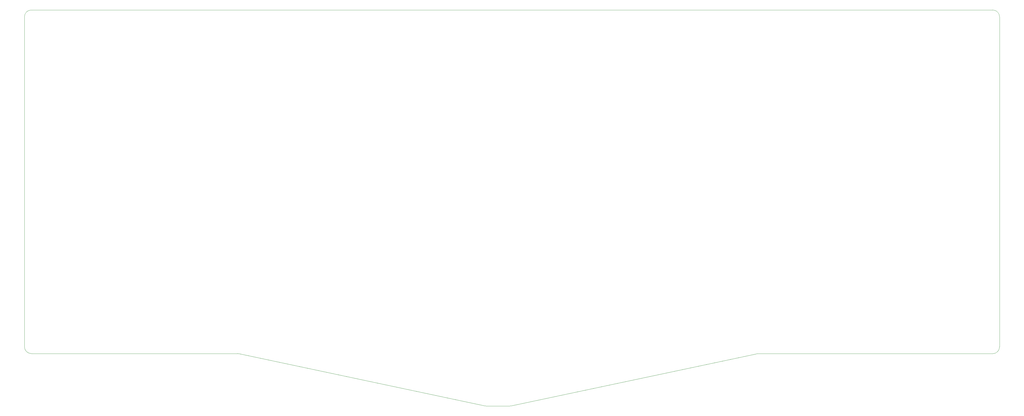
<source format=gbr>
G04 #@! TF.GenerationSoftware,KiCad,Pcbnew,(5.1.10)-1*
G04 #@! TF.CreationDate,2021-09-02T21:34:46+08:00*
G04 #@! TF.ProjectId,AELITH,41454c49-5448-42e6-9b69-6361645f7063,rev?*
G04 #@! TF.SameCoordinates,Original*
G04 #@! TF.FileFunction,Profile,NP*
%FSLAX46Y46*%
G04 Gerber Fmt 4.6, Leading zero omitted, Abs format (unit mm)*
G04 Created by KiCad (PCBNEW (5.1.10)-1) date 2021-09-02 21:34:46*
%MOMM*%
%LPD*%
G01*
G04 APERTURE LIST*
G04 #@! TA.AperFunction,Profile*
%ADD10C,0.050000*%
G04 #@! TD*
G04 APERTURE END LIST*
D10*
X-17755000Y29130625D02*
G75*
G02*
X-15373750Y31511875I2381250J0D01*
G01*
X318152500Y31511874D02*
X-15373750Y31511875D01*
X318152500Y31511874D02*
G75*
G02*
X320533750Y29130624I0J-2381250D01*
G01*
X320533749Y-85531749D02*
X320533750Y29130624D01*
X320533750Y-85531749D02*
G75*
G02*
X318152500Y-87912999I-2381250J0D01*
G01*
X236667150Y-87912999D02*
X318152500Y-87912999D01*
X236172060Y-87965035D02*
G75*
G02*
X236667150Y-87912999I495090J-2329214D01*
G01*
X151162012Y-106034479D02*
X236172060Y-87965036D01*
X151162013Y-106034479D02*
G75*
G02*
X150666923Y-106086515I-495090J2329214D01*
G01*
X142383076Y-106086515D02*
X150666923Y-106086515D01*
X142383077Y-106086515D02*
G75*
G02*
X141887987Y-106034479I-1J2381250D01*
G01*
X56652117Y-87917036D02*
X141887987Y-106034479D01*
X56157027Y-87865000D02*
G75*
G02*
X56652117Y-87917036I0J-2381249D01*
G01*
X-15373749Y-87864999D02*
X56157027Y-87864999D01*
X-15373749Y-87865000D02*
G75*
G02*
X-17755000Y-85483749I0J2381251D01*
G01*
X-17755000Y29130625D02*
X-17755000Y-85483749D01*
M02*

</source>
